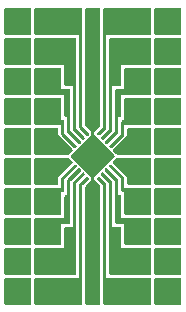
<source format=gbr>
%TF.GenerationSoftware,KiCad,Pcbnew,(7.0.0)*%
%TF.CreationDate,2023-05-24T22:36:58+02:00*%
%TF.ProjectId,WSON to SOIC,57534f4e-2074-46f2-9053-4f49432e6b69,rev?*%
%TF.SameCoordinates,Original*%
%TF.FileFunction,Copper,L1,Top*%
%TF.FilePolarity,Positive*%
%FSLAX46Y46*%
G04 Gerber Fmt 4.6, Leading zero omitted, Abs format (unit mm)*
G04 Created by KiCad (PCBNEW (7.0.0)) date 2023-05-24 22:36:58*
%MOMM*%
%LPD*%
G01*
G04 APERTURE LIST*
G04 APERTURE END LIST*
%TA.AperFunction,NonConductor*%
G36*
X124270000Y-80153881D02*
G01*
X124316119Y-80200000D01*
X124333000Y-80263000D01*
X124333000Y-81915000D01*
X124969000Y-81915000D01*
X125032000Y-81931881D01*
X125078119Y-81978000D01*
X125095000Y-82041000D01*
X125095000Y-85534500D01*
X125103775Y-85543275D01*
X125958405Y-86397905D01*
X125991017Y-86454389D01*
X125991017Y-86519611D01*
X125958405Y-86576095D01*
X125946095Y-86588405D01*
X125889611Y-86621017D01*
X125824389Y-86621017D01*
X125767905Y-86588405D01*
X124877905Y-85698405D01*
X124850591Y-85657528D01*
X124841000Y-85609310D01*
X124841000Y-84344590D01*
X124841000Y-84328000D01*
X124824410Y-84328000D01*
X124713000Y-84328000D01*
X124650000Y-84311119D01*
X124603881Y-84265000D01*
X124587000Y-84202000D01*
X124587000Y-82439590D01*
X124587000Y-82423000D01*
X124570410Y-82423000D01*
X122173000Y-82423000D01*
X122110000Y-82406119D01*
X122063881Y-82360000D01*
X122047000Y-82297000D01*
X122047000Y-80263000D01*
X122063881Y-80200000D01*
X122110000Y-80153881D01*
X122173000Y-80137000D01*
X124207000Y-80137000D01*
X124270000Y-80153881D01*
G37*
%TD.AperFunction*%
%TA.AperFunction,NonConductor*%
G36*
X128613095Y-88354095D02*
G01*
X129630095Y-89371095D01*
X129657409Y-89411972D01*
X129667000Y-89460190D01*
X129667000Y-90297000D01*
X131827000Y-90297000D01*
X131890000Y-90313881D01*
X131936119Y-90360000D01*
X131953000Y-90423000D01*
X131953000Y-92457000D01*
X131936119Y-92520000D01*
X131890000Y-92566119D01*
X131827000Y-92583000D01*
X129793000Y-92583000D01*
X129730000Y-92566119D01*
X129683881Y-92520000D01*
X129667000Y-92457000D01*
X129667000Y-90694590D01*
X129667000Y-90678000D01*
X129650410Y-90678000D01*
X129539000Y-90678000D01*
X129476000Y-90661119D01*
X129429881Y-90615000D01*
X129413000Y-90552000D01*
X129413000Y-89547410D01*
X129413000Y-89535000D01*
X128422594Y-88544594D01*
X128389983Y-88488111D01*
X128389983Y-88422889D01*
X128422595Y-88366405D01*
X128434905Y-88354095D01*
X128491389Y-88321483D01*
X128556611Y-88321483D01*
X128613095Y-88354095D01*
G37*
%TD.AperFunction*%
%TA.AperFunction,NonConductor*%
G36*
X131890000Y-82693881D02*
G01*
X131936119Y-82740000D01*
X131953000Y-82803000D01*
X131953000Y-84837000D01*
X131936119Y-84900000D01*
X131890000Y-84946119D01*
X131827000Y-84963000D01*
X129667000Y-84963000D01*
X129667000Y-84979590D01*
X129667000Y-85799810D01*
X129657409Y-85848028D01*
X129630095Y-85888905D01*
X128613095Y-86905905D01*
X128556611Y-86938517D01*
X128491389Y-86938517D01*
X128434905Y-86905905D01*
X128422595Y-86893595D01*
X128389983Y-86837111D01*
X128389983Y-86771889D01*
X128422595Y-86715405D01*
X128778000Y-86360000D01*
X129413000Y-85725000D01*
X129413000Y-84708000D01*
X129429881Y-84645000D01*
X129476000Y-84598881D01*
X129539000Y-84582000D01*
X129650410Y-84582000D01*
X129667000Y-84582000D01*
X129667000Y-82803000D01*
X129683881Y-82740000D01*
X129730000Y-82693881D01*
X129793000Y-82677000D01*
X131827000Y-82677000D01*
X131890000Y-82693881D01*
G37*
%TD.AperFunction*%
%TA.AperFunction,NonConductor*%
G36*
X134430000Y-92853881D02*
G01*
X134476119Y-92900000D01*
X134493000Y-92963000D01*
X134493000Y-94997000D01*
X134476119Y-95060000D01*
X134430000Y-95106119D01*
X134367000Y-95123000D01*
X132333000Y-95123000D01*
X132270000Y-95106119D01*
X132223881Y-95060000D01*
X132207000Y-94997000D01*
X132207000Y-92963000D01*
X132223881Y-92900000D01*
X132270000Y-92853881D01*
X132333000Y-92837000D01*
X134367000Y-92837000D01*
X134430000Y-92853881D01*
G37*
%TD.AperFunction*%
%TA.AperFunction,NonConductor*%
G36*
X121730000Y-82693881D02*
G01*
X121776119Y-82740000D01*
X121793000Y-82803000D01*
X121793000Y-84837000D01*
X121776119Y-84900000D01*
X121730000Y-84946119D01*
X121667000Y-84963000D01*
X119633000Y-84963000D01*
X119570000Y-84946119D01*
X119523881Y-84900000D01*
X119507000Y-84837000D01*
X119507000Y-82803000D01*
X119523881Y-82740000D01*
X119570000Y-82693881D01*
X119633000Y-82677000D01*
X121667000Y-82677000D01*
X121730000Y-82693881D01*
G37*
%TD.AperFunction*%
%TA.AperFunction,NonConductor*%
G36*
X121730000Y-92853881D02*
G01*
X121776119Y-92900000D01*
X121793000Y-92963000D01*
X121793000Y-94997000D01*
X121776119Y-95060000D01*
X121730000Y-95106119D01*
X121667000Y-95123000D01*
X119633000Y-95123000D01*
X119570000Y-95106119D01*
X119523881Y-95060000D01*
X119507000Y-94997000D01*
X119507000Y-92963000D01*
X119523881Y-92900000D01*
X119570000Y-92853881D01*
X119633000Y-92837000D01*
X121667000Y-92837000D01*
X121730000Y-92853881D01*
G37*
%TD.AperFunction*%
%TA.AperFunction,NonConductor*%
G36*
X121730000Y-77613881D02*
G01*
X121776119Y-77660000D01*
X121793000Y-77723000D01*
X121793000Y-79757000D01*
X121776119Y-79820000D01*
X121730000Y-79866119D01*
X121667000Y-79883000D01*
X119633000Y-79883000D01*
X119570000Y-79866119D01*
X119523881Y-79820000D01*
X119507000Y-79757000D01*
X119507000Y-77723000D01*
X119523881Y-77660000D01*
X119570000Y-77613881D01*
X119633000Y-77597000D01*
X121667000Y-77597000D01*
X121730000Y-77613881D01*
G37*
%TD.AperFunction*%
%TA.AperFunction,NonConductor*%
G36*
X124964028Y-87766591D02*
G01*
X125004905Y-87793905D01*
X125259905Y-88048905D01*
X125292517Y-88105389D01*
X125292517Y-88170611D01*
X125259905Y-88227095D01*
X124087775Y-89399224D01*
X124087772Y-89399227D01*
X124079000Y-89408000D01*
X124079000Y-89420410D01*
X124079000Y-89917000D01*
X124062119Y-89980000D01*
X124016000Y-90026119D01*
X123953000Y-90043000D01*
X122173000Y-90043000D01*
X122110000Y-90026119D01*
X122063881Y-89980000D01*
X122047000Y-89917000D01*
X122047000Y-87883000D01*
X122063881Y-87820000D01*
X122110000Y-87773881D01*
X122173000Y-87757000D01*
X124915810Y-87757000D01*
X124964028Y-87766591D01*
G37*
%TD.AperFunction*%
%TA.AperFunction,NonConductor*%
G36*
X125565095Y-88354095D02*
G01*
X125577405Y-88366405D01*
X125610017Y-88422889D01*
X125610017Y-88488111D01*
X125577405Y-88544595D01*
X124595775Y-89526224D01*
X124595772Y-89526227D01*
X124587000Y-89535000D01*
X124587000Y-89547410D01*
X124587000Y-90552000D01*
X124570119Y-90615000D01*
X124524000Y-90661119D01*
X124461000Y-90678000D01*
X124333000Y-90678000D01*
X124333000Y-90694590D01*
X124333000Y-92457000D01*
X124316119Y-92520000D01*
X124270000Y-92566119D01*
X124207000Y-92583000D01*
X122173000Y-92583000D01*
X122110000Y-92566119D01*
X122063881Y-92520000D01*
X122047000Y-92457000D01*
X122047000Y-90423000D01*
X122063881Y-90360000D01*
X122110000Y-90313881D01*
X122173000Y-90297000D01*
X124316410Y-90297000D01*
X124333000Y-90297000D01*
X124333000Y-89460190D01*
X124342591Y-89411972D01*
X124369905Y-89371095D01*
X125386905Y-88354095D01*
X125443389Y-88321483D01*
X125508611Y-88321483D01*
X125565095Y-88354095D01*
G37*
%TD.AperFunction*%
%TA.AperFunction,NonConductor*%
G36*
X131890000Y-85233881D02*
G01*
X131936119Y-85280000D01*
X131953000Y-85343000D01*
X131953000Y-87377000D01*
X131936119Y-87440000D01*
X131890000Y-87486119D01*
X131827000Y-87503000D01*
X129084190Y-87503000D01*
X129035972Y-87493409D01*
X128995095Y-87466095D01*
X128740095Y-87211095D01*
X128707483Y-87154611D01*
X128707483Y-87089389D01*
X128740095Y-87032905D01*
X128740095Y-87032904D01*
X129921000Y-85852000D01*
X129921000Y-85343000D01*
X129937881Y-85280000D01*
X129984000Y-85233881D01*
X130047000Y-85217000D01*
X131827000Y-85217000D01*
X131890000Y-85233881D01*
G37*
%TD.AperFunction*%
%TA.AperFunction,NonConductor*%
G36*
X131890000Y-80153881D02*
G01*
X131936119Y-80200000D01*
X131953000Y-80263000D01*
X131953000Y-82297000D01*
X131936119Y-82360000D01*
X131890000Y-82406119D01*
X131827000Y-82423000D01*
X129413000Y-82423000D01*
X129413000Y-82439590D01*
X129413000Y-84202000D01*
X129396119Y-84265000D01*
X129350000Y-84311119D01*
X129287000Y-84328000D01*
X129159000Y-84328000D01*
X129159000Y-84344590D01*
X129159000Y-85609310D01*
X129149409Y-85657528D01*
X129122095Y-85698405D01*
X128232095Y-86588405D01*
X128175611Y-86621017D01*
X128110389Y-86621017D01*
X128053905Y-86588405D01*
X128041595Y-86576095D01*
X128008983Y-86519611D01*
X128008983Y-86454389D01*
X128041595Y-86397905D01*
X128041595Y-86397904D01*
X128905000Y-85534500D01*
X128905000Y-82041000D01*
X128921881Y-81978000D01*
X128968000Y-81931881D01*
X129031000Y-81915000D01*
X129650410Y-81915000D01*
X129667000Y-81915000D01*
X129667000Y-80263000D01*
X129683881Y-80200000D01*
X129730000Y-80153881D01*
X129793000Y-80137000D01*
X131827000Y-80137000D01*
X131890000Y-80153881D01*
G37*
%TD.AperFunction*%
%TA.AperFunction,NonConductor*%
G36*
X134430000Y-85233881D02*
G01*
X134476119Y-85280000D01*
X134493000Y-85343000D01*
X134493000Y-87377000D01*
X134476119Y-87440000D01*
X134430000Y-87486119D01*
X134367000Y-87503000D01*
X132333000Y-87503000D01*
X132270000Y-87486119D01*
X132223881Y-87440000D01*
X132207000Y-87377000D01*
X132207000Y-85343000D01*
X132223881Y-85280000D01*
X132270000Y-85233881D01*
X132333000Y-85217000D01*
X134367000Y-85217000D01*
X134430000Y-85233881D01*
G37*
%TD.AperFunction*%
%TA.AperFunction,NonConductor*%
G36*
X125946095Y-88671595D02*
G01*
X125958405Y-88683905D01*
X125991017Y-88740389D01*
X125991017Y-88805611D01*
X125958405Y-88862095D01*
X125103775Y-89716724D01*
X125103772Y-89716727D01*
X125095000Y-89725500D01*
X125095000Y-89737910D01*
X125095000Y-93219000D01*
X125078119Y-93282000D01*
X125032000Y-93328119D01*
X124969000Y-93345000D01*
X124333000Y-93345000D01*
X124333000Y-93361590D01*
X124333000Y-94997000D01*
X124316119Y-95060000D01*
X124270000Y-95106119D01*
X124207000Y-95123000D01*
X122173000Y-95123000D01*
X122110000Y-95106119D01*
X122063881Y-95060000D01*
X122047000Y-94997000D01*
X122047000Y-92963000D01*
X122063881Y-92900000D01*
X122110000Y-92853881D01*
X122173000Y-92837000D01*
X124570410Y-92837000D01*
X124587000Y-92837000D01*
X124587000Y-91058000D01*
X124603881Y-90995000D01*
X124650000Y-90948881D01*
X124713000Y-90932000D01*
X124824410Y-90932000D01*
X124841000Y-90932000D01*
X124841000Y-89650690D01*
X124850591Y-89602472D01*
X124877905Y-89561595D01*
X125767905Y-88671595D01*
X125824389Y-88638983D01*
X125889611Y-88638983D01*
X125946095Y-88671595D01*
G37*
%TD.AperFunction*%
%TA.AperFunction,NonConductor*%
G36*
X126581095Y-89433595D02*
G01*
X126593405Y-89445905D01*
X126626017Y-89502389D01*
X126626017Y-89567611D01*
X126593405Y-89624095D01*
X126119775Y-90097724D01*
X126119772Y-90097727D01*
X126111000Y-90106500D01*
X126111000Y-90118910D01*
X126111000Y-100077000D01*
X126094119Y-100140000D01*
X126048000Y-100186119D01*
X125985000Y-100203000D01*
X122173000Y-100203000D01*
X122110000Y-100186119D01*
X122063881Y-100140000D01*
X122047000Y-100077000D01*
X122047000Y-98043000D01*
X122063881Y-97980000D01*
X122110000Y-97933881D01*
X122173000Y-97917000D01*
X125840410Y-97917000D01*
X125857000Y-97917000D01*
X125857000Y-90031690D01*
X125866591Y-89983472D01*
X125893905Y-89942595D01*
X126402905Y-89433595D01*
X126459389Y-89400983D01*
X126524611Y-89400983D01*
X126581095Y-89433595D01*
G37*
%TD.AperFunction*%
%TA.AperFunction,NonConductor*%
G36*
X126048000Y-75073881D02*
G01*
X126094119Y-75120000D01*
X126111000Y-75183000D01*
X126111000Y-85153500D01*
X126119774Y-85162274D01*
X126119775Y-85162275D01*
X126656905Y-85699405D01*
X126689517Y-85755889D01*
X126689517Y-85821111D01*
X126656905Y-85877595D01*
X126644595Y-85889905D01*
X126588111Y-85922517D01*
X126522889Y-85922517D01*
X126466405Y-85889905D01*
X125893905Y-85317405D01*
X125866591Y-85276528D01*
X125857000Y-85228310D01*
X125857000Y-77359590D01*
X125857000Y-77343000D01*
X125840410Y-77343000D01*
X122173000Y-77343000D01*
X122110000Y-77326119D01*
X122063881Y-77280000D01*
X122047000Y-77217000D01*
X122047000Y-75183000D01*
X122063881Y-75120000D01*
X122110000Y-75073881D01*
X122173000Y-75057000D01*
X125985000Y-75057000D01*
X126048000Y-75073881D01*
G37*
%TD.AperFunction*%
%TA.AperFunction,NonConductor*%
G36*
X134430000Y-95393881D02*
G01*
X134476119Y-95440000D01*
X134493000Y-95503000D01*
X134493000Y-97537000D01*
X134476119Y-97600000D01*
X134430000Y-97646119D01*
X134367000Y-97663000D01*
X132333000Y-97663000D01*
X132270000Y-97646119D01*
X132223881Y-97600000D01*
X132207000Y-97537000D01*
X132207000Y-95503000D01*
X132223881Y-95440000D01*
X132270000Y-95393881D01*
X132333000Y-95377000D01*
X134367000Y-95377000D01*
X134430000Y-95393881D01*
G37*
%TD.AperFunction*%
%TA.AperFunction,NonConductor*%
G36*
X128232095Y-88671595D02*
G01*
X129122095Y-89561595D01*
X129149409Y-89602472D01*
X129159000Y-89650690D01*
X129159000Y-90932000D01*
X129287000Y-90932000D01*
X129350000Y-90948881D01*
X129396119Y-90995000D01*
X129413000Y-91058000D01*
X129413000Y-92837000D01*
X131827000Y-92837000D01*
X131890000Y-92853881D01*
X131936119Y-92900000D01*
X131953000Y-92963000D01*
X131953000Y-94997000D01*
X131936119Y-95060000D01*
X131890000Y-95106119D01*
X131827000Y-95123000D01*
X129793000Y-95123000D01*
X129730000Y-95106119D01*
X129683881Y-95060000D01*
X129667000Y-94997000D01*
X129667000Y-93361590D01*
X129667000Y-93345000D01*
X129650410Y-93345000D01*
X129031000Y-93345000D01*
X128968000Y-93328119D01*
X128921881Y-93282000D01*
X128905000Y-93219000D01*
X128905000Y-89737910D01*
X128905000Y-89725500D01*
X128041595Y-88862095D01*
X128008983Y-88805611D01*
X128008983Y-88740389D01*
X128041595Y-88683905D01*
X128053905Y-88671595D01*
X128110389Y-88638983D01*
X128175611Y-88638983D01*
X128232095Y-88671595D01*
G37*
%TD.AperFunction*%
%TA.AperFunction,NonConductor*%
G36*
X125540000Y-77613881D02*
G01*
X125586119Y-77660000D01*
X125603000Y-77723000D01*
X125603000Y-85344000D01*
X125611775Y-85352775D01*
X126275905Y-86016905D01*
X126308517Y-86073389D01*
X126308517Y-86138611D01*
X126275905Y-86195095D01*
X126263595Y-86207405D01*
X126207111Y-86240017D01*
X126141889Y-86240017D01*
X126085405Y-86207405D01*
X125385905Y-85507905D01*
X125358591Y-85467028D01*
X125349000Y-85418810D01*
X125349000Y-81677590D01*
X125349000Y-81661000D01*
X125332410Y-81661000D01*
X124713000Y-81661000D01*
X124650000Y-81644119D01*
X124603881Y-81598000D01*
X124587000Y-81535000D01*
X124587000Y-79899590D01*
X124587000Y-79883000D01*
X124570410Y-79883000D01*
X122173000Y-79883000D01*
X122110000Y-79866119D01*
X122063881Y-79820000D01*
X122047000Y-79757000D01*
X122047000Y-77723000D01*
X122063881Y-77660000D01*
X122110000Y-77613881D01*
X122173000Y-77597000D01*
X125477000Y-77597000D01*
X125540000Y-77613881D01*
G37*
%TD.AperFunction*%
%TA.AperFunction,NonConductor*%
G36*
X131890000Y-87773881D02*
G01*
X131936119Y-87820000D01*
X131953000Y-87883000D01*
X131953000Y-89917000D01*
X131936119Y-89980000D01*
X131890000Y-90026119D01*
X131827000Y-90043000D01*
X130047000Y-90043000D01*
X129984000Y-90026119D01*
X129937881Y-89980000D01*
X129921000Y-89917000D01*
X129921000Y-89420410D01*
X129921000Y-89408000D01*
X129159000Y-88646000D01*
X128740095Y-88227095D01*
X128707483Y-88170611D01*
X128707483Y-88105389D01*
X128740095Y-88048905D01*
X128995095Y-87793905D01*
X129035972Y-87766591D01*
X129084190Y-87757000D01*
X131827000Y-87757000D01*
X131890000Y-87773881D01*
G37*
%TD.AperFunction*%
%TA.AperFunction,NonConductor*%
G36*
X134430000Y-97933881D02*
G01*
X134476119Y-97980000D01*
X134493000Y-98043000D01*
X134493000Y-100077000D01*
X134476119Y-100140000D01*
X134430000Y-100186119D01*
X134367000Y-100203000D01*
X132333000Y-100203000D01*
X132270000Y-100186119D01*
X132223881Y-100140000D01*
X132207000Y-100077000D01*
X132207000Y-98043000D01*
X132223881Y-97980000D01*
X132270000Y-97933881D01*
X132333000Y-97917000D01*
X134367000Y-97917000D01*
X134430000Y-97933881D01*
G37*
%TD.AperFunction*%
%TA.AperFunction,NonConductor*%
G36*
X134430000Y-77613881D02*
G01*
X134476119Y-77660000D01*
X134493000Y-77723000D01*
X134493000Y-79757000D01*
X134476119Y-79820000D01*
X134430000Y-79866119D01*
X134367000Y-79883000D01*
X132333000Y-79883000D01*
X132270000Y-79866119D01*
X132223881Y-79820000D01*
X132207000Y-79757000D01*
X132207000Y-77723000D01*
X132223881Y-77660000D01*
X132270000Y-77613881D01*
X132333000Y-77597000D01*
X134367000Y-77597000D01*
X134430000Y-77613881D01*
G37*
%TD.AperFunction*%
%TA.AperFunction,NonConductor*%
G36*
X127914595Y-89052595D02*
G01*
X128614095Y-89752095D01*
X128641409Y-89792972D01*
X128651000Y-89841190D01*
X128651000Y-93599000D01*
X129287000Y-93599000D01*
X129350000Y-93615881D01*
X129396119Y-93662000D01*
X129413000Y-93725000D01*
X129413000Y-95377000D01*
X131827000Y-95377000D01*
X131890000Y-95393881D01*
X131936119Y-95440000D01*
X131953000Y-95503000D01*
X131953000Y-97537000D01*
X131936119Y-97600000D01*
X131890000Y-97646119D01*
X131827000Y-97663000D01*
X128523000Y-97663000D01*
X128460000Y-97646119D01*
X128413881Y-97600000D01*
X128397000Y-97537000D01*
X128397000Y-89928410D01*
X128397000Y-89916000D01*
X127724095Y-89243095D01*
X127691483Y-89186611D01*
X127691483Y-89121389D01*
X127724095Y-89064905D01*
X127736405Y-89052595D01*
X127792889Y-89019983D01*
X127858111Y-89019983D01*
X127914595Y-89052595D01*
G37*
%TD.AperFunction*%
%TA.AperFunction,NonConductor*%
G36*
X121730000Y-95393881D02*
G01*
X121776119Y-95440000D01*
X121793000Y-95503000D01*
X121793000Y-97537000D01*
X121776119Y-97600000D01*
X121730000Y-97646119D01*
X121667000Y-97663000D01*
X119633000Y-97663000D01*
X119570000Y-97646119D01*
X119523881Y-97600000D01*
X119507000Y-97537000D01*
X119507000Y-95503000D01*
X119523881Y-95440000D01*
X119570000Y-95393881D01*
X119633000Y-95377000D01*
X121667000Y-95377000D01*
X121730000Y-95393881D01*
G37*
%TD.AperFunction*%
%TA.AperFunction,NonConductor*%
G36*
X131890000Y-75073881D02*
G01*
X131936119Y-75120000D01*
X131953000Y-75183000D01*
X131953000Y-77217000D01*
X131936119Y-77280000D01*
X131890000Y-77326119D01*
X131827000Y-77343000D01*
X128143000Y-77343000D01*
X128143000Y-77359590D01*
X128143000Y-85228310D01*
X128133409Y-85276528D01*
X128106095Y-85317405D01*
X127597095Y-85826405D01*
X127540611Y-85859017D01*
X127475389Y-85859017D01*
X127418905Y-85826405D01*
X127406595Y-85814095D01*
X127373983Y-85757611D01*
X127373983Y-85692389D01*
X127406595Y-85635905D01*
X127406594Y-85635905D01*
X127889000Y-85153500D01*
X127889000Y-75183000D01*
X127905881Y-75120000D01*
X127952000Y-75073881D01*
X128015000Y-75057000D01*
X131827000Y-75057000D01*
X131890000Y-75073881D01*
G37*
%TD.AperFunction*%
%TA.AperFunction,NonConductor*%
G36*
X127573000Y-75073613D02*
G01*
X127618387Y-75119000D01*
X127635000Y-75181000D01*
X127635000Y-85038638D01*
X127625561Y-85086091D01*
X127598681Y-85126319D01*
X127135638Y-85589361D01*
X127135635Y-85589364D01*
X127127000Y-85598000D01*
X127127000Y-85852000D01*
X127135638Y-85860638D01*
X128817319Y-87542319D01*
X128849413Y-87597906D01*
X128849413Y-87662094D01*
X128817319Y-87717681D01*
X127135638Y-89399361D01*
X127135635Y-89399364D01*
X127127000Y-89408000D01*
X127127000Y-89662000D01*
X127135637Y-89670637D01*
X127135638Y-89670638D01*
X127598681Y-90133681D01*
X127625561Y-90173909D01*
X127635000Y-90221362D01*
X127635000Y-100079000D01*
X127618387Y-100141000D01*
X127573000Y-100186387D01*
X127511000Y-100203000D01*
X126489000Y-100203000D01*
X126427000Y-100186387D01*
X126381613Y-100141000D01*
X126365000Y-100079000D01*
X126365000Y-90221362D01*
X126374439Y-90173909D01*
X126401319Y-90133681D01*
X126401319Y-90133680D01*
X126873000Y-89662000D01*
X126873000Y-89408000D01*
X125182681Y-87717681D01*
X125150587Y-87662094D01*
X125150587Y-87597906D01*
X125182681Y-87542319D01*
X125182681Y-87542318D01*
X126873000Y-85852000D01*
X126873000Y-85598000D01*
X126401319Y-85126319D01*
X126374439Y-85086091D01*
X126365000Y-85038638D01*
X126365000Y-75181000D01*
X126381613Y-75119000D01*
X126427000Y-75073613D01*
X126489000Y-75057000D01*
X127511000Y-75057000D01*
X127573000Y-75073613D01*
G37*
%TD.AperFunction*%
%TA.AperFunction,NonConductor*%
G36*
X124016000Y-85233881D02*
G01*
X124062119Y-85280000D01*
X124079000Y-85343000D01*
X124079000Y-85852000D01*
X124087774Y-85860774D01*
X124087775Y-85860775D01*
X125259905Y-87032905D01*
X125292517Y-87089389D01*
X125292517Y-87154611D01*
X125259905Y-87211095D01*
X125004905Y-87466095D01*
X124964028Y-87493409D01*
X124915810Y-87503000D01*
X122173000Y-87503000D01*
X122110000Y-87486119D01*
X122063881Y-87440000D01*
X122047000Y-87377000D01*
X122047000Y-85343000D01*
X122063881Y-85280000D01*
X122110000Y-85233881D01*
X122173000Y-85217000D01*
X123953000Y-85217000D01*
X124016000Y-85233881D01*
G37*
%TD.AperFunction*%
%TA.AperFunction,NonConductor*%
G36*
X121730000Y-90313881D02*
G01*
X121776119Y-90360000D01*
X121793000Y-90423000D01*
X121793000Y-92457000D01*
X121776119Y-92520000D01*
X121730000Y-92566119D01*
X121667000Y-92583000D01*
X119633000Y-92583000D01*
X119570000Y-92566119D01*
X119523881Y-92520000D01*
X119507000Y-92457000D01*
X119507000Y-90423000D01*
X119523881Y-90360000D01*
X119570000Y-90313881D01*
X119633000Y-90297000D01*
X121667000Y-90297000D01*
X121730000Y-90313881D01*
G37*
%TD.AperFunction*%
%TA.AperFunction,NonConductor*%
G36*
X134430000Y-80153881D02*
G01*
X134476119Y-80200000D01*
X134493000Y-80263000D01*
X134493000Y-82297000D01*
X134476119Y-82360000D01*
X134430000Y-82406119D01*
X134367000Y-82423000D01*
X132333000Y-82423000D01*
X132270000Y-82406119D01*
X132223881Y-82360000D01*
X132207000Y-82297000D01*
X132207000Y-80263000D01*
X132223881Y-80200000D01*
X132270000Y-80153881D01*
X132333000Y-80137000D01*
X134367000Y-80137000D01*
X134430000Y-80153881D01*
G37*
%TD.AperFunction*%
%TA.AperFunction,NonConductor*%
G36*
X127597095Y-89433595D02*
G01*
X128106095Y-89942595D01*
X128133409Y-89983472D01*
X128143000Y-90031690D01*
X128143000Y-97917000D01*
X131827000Y-97917000D01*
X131890000Y-97933881D01*
X131936119Y-97980000D01*
X131953000Y-98043000D01*
X131953000Y-100077000D01*
X131936119Y-100140000D01*
X131890000Y-100186119D01*
X131827000Y-100203000D01*
X128015000Y-100203000D01*
X127952000Y-100186119D01*
X127905881Y-100140000D01*
X127889000Y-100077000D01*
X127889000Y-90118910D01*
X127889000Y-90106500D01*
X127406595Y-89624095D01*
X127373983Y-89567611D01*
X127373983Y-89502389D01*
X127406595Y-89445905D01*
X127418905Y-89433595D01*
X127475389Y-89400983D01*
X127540611Y-89400983D01*
X127597095Y-89433595D01*
G37*
%TD.AperFunction*%
%TA.AperFunction,NonConductor*%
G36*
X121730000Y-85233881D02*
G01*
X121776119Y-85280000D01*
X121793000Y-85343000D01*
X121793000Y-87377000D01*
X121776119Y-87440000D01*
X121730000Y-87486119D01*
X121667000Y-87503000D01*
X119633000Y-87503000D01*
X119570000Y-87486119D01*
X119523881Y-87440000D01*
X119507000Y-87377000D01*
X119507000Y-85343000D01*
X119523881Y-85280000D01*
X119570000Y-85233881D01*
X119633000Y-85217000D01*
X121667000Y-85217000D01*
X121730000Y-85233881D01*
G37*
%TD.AperFunction*%
%TA.AperFunction,NonConductor*%
G36*
X121730000Y-87773881D02*
G01*
X121776119Y-87820000D01*
X121793000Y-87883000D01*
X121793000Y-89917000D01*
X121776119Y-89980000D01*
X121730000Y-90026119D01*
X121667000Y-90043000D01*
X119633000Y-90043000D01*
X119570000Y-90026119D01*
X119523881Y-89980000D01*
X119507000Y-89917000D01*
X119507000Y-87883000D01*
X119523881Y-87820000D01*
X119570000Y-87773881D01*
X119633000Y-87757000D01*
X121667000Y-87757000D01*
X121730000Y-87773881D01*
G37*
%TD.AperFunction*%
%TA.AperFunction,NonConductor*%
G36*
X134430000Y-75073881D02*
G01*
X134476119Y-75120000D01*
X134493000Y-75183000D01*
X134493000Y-77217000D01*
X134476119Y-77280000D01*
X134430000Y-77326119D01*
X134367000Y-77343000D01*
X132333000Y-77343000D01*
X132270000Y-77326119D01*
X132223881Y-77280000D01*
X132207000Y-77217000D01*
X132207000Y-75183000D01*
X132223881Y-75120000D01*
X132270000Y-75073881D01*
X132333000Y-75057000D01*
X134367000Y-75057000D01*
X134430000Y-75073881D01*
G37*
%TD.AperFunction*%
%TA.AperFunction,NonConductor*%
G36*
X121730000Y-75073881D02*
G01*
X121776119Y-75120000D01*
X121793000Y-75183000D01*
X121793000Y-77217000D01*
X121776119Y-77280000D01*
X121730000Y-77326119D01*
X121667000Y-77343000D01*
X119633000Y-77343000D01*
X119570000Y-77326119D01*
X119523881Y-77280000D01*
X119507000Y-77217000D01*
X119507000Y-75183000D01*
X119523881Y-75120000D01*
X119570000Y-75073881D01*
X119633000Y-75057000D01*
X121667000Y-75057000D01*
X121730000Y-75073881D01*
G37*
%TD.AperFunction*%
%TA.AperFunction,NonConductor*%
G36*
X121730000Y-97933881D02*
G01*
X121776119Y-97980000D01*
X121793000Y-98043000D01*
X121793000Y-100077000D01*
X121776119Y-100140000D01*
X121730000Y-100186119D01*
X121667000Y-100203000D01*
X119633000Y-100203000D01*
X119570000Y-100186119D01*
X119523881Y-100140000D01*
X119507000Y-100077000D01*
X119507000Y-98043000D01*
X119523881Y-97980000D01*
X119570000Y-97933881D01*
X119633000Y-97917000D01*
X121667000Y-97917000D01*
X121730000Y-97933881D01*
G37*
%TD.AperFunction*%
%TA.AperFunction,NonConductor*%
G36*
X134430000Y-87773881D02*
G01*
X134476119Y-87820000D01*
X134493000Y-87883000D01*
X134493000Y-89917000D01*
X134476119Y-89980000D01*
X134430000Y-90026119D01*
X134367000Y-90043000D01*
X132333000Y-90043000D01*
X132270000Y-90026119D01*
X132223881Y-89980000D01*
X132207000Y-89917000D01*
X132207000Y-87883000D01*
X132223881Y-87820000D01*
X132270000Y-87773881D01*
X132333000Y-87757000D01*
X134367000Y-87757000D01*
X134430000Y-87773881D01*
G37*
%TD.AperFunction*%
%TA.AperFunction,NonConductor*%
G36*
X126263595Y-89052595D02*
G01*
X126275905Y-89064905D01*
X126308517Y-89121389D01*
X126308517Y-89186611D01*
X126275905Y-89243095D01*
X125611775Y-89907224D01*
X125611772Y-89907227D01*
X125603000Y-89916000D01*
X125603000Y-89928410D01*
X125603000Y-97537000D01*
X125586119Y-97600000D01*
X125540000Y-97646119D01*
X125477000Y-97663000D01*
X122173000Y-97663000D01*
X122110000Y-97646119D01*
X122063881Y-97600000D01*
X122047000Y-97537000D01*
X122047000Y-95503000D01*
X122063881Y-95440000D01*
X122110000Y-95393881D01*
X122173000Y-95377000D01*
X124570410Y-95377000D01*
X124587000Y-95377000D01*
X124587000Y-93725000D01*
X124603881Y-93662000D01*
X124650000Y-93615881D01*
X124713000Y-93599000D01*
X125332410Y-93599000D01*
X125349000Y-93599000D01*
X125349000Y-89841190D01*
X125358591Y-89792972D01*
X125385905Y-89752095D01*
X126085405Y-89052595D01*
X126141889Y-89019983D01*
X126207111Y-89019983D01*
X126263595Y-89052595D01*
G37*
%TD.AperFunction*%
%TA.AperFunction,NonConductor*%
G36*
X134430000Y-82693881D02*
G01*
X134476119Y-82740000D01*
X134493000Y-82803000D01*
X134493000Y-84837000D01*
X134476119Y-84900000D01*
X134430000Y-84946119D01*
X134367000Y-84963000D01*
X132333000Y-84963000D01*
X132270000Y-84946119D01*
X132223881Y-84900000D01*
X132207000Y-84837000D01*
X132207000Y-82803000D01*
X132223881Y-82740000D01*
X132270000Y-82693881D01*
X132333000Y-82677000D01*
X134367000Y-82677000D01*
X134430000Y-82693881D01*
G37*
%TD.AperFunction*%
%TA.AperFunction,NonConductor*%
G36*
X134430000Y-90313881D02*
G01*
X134476119Y-90360000D01*
X134493000Y-90423000D01*
X134493000Y-92457000D01*
X134476119Y-92520000D01*
X134430000Y-92566119D01*
X134367000Y-92583000D01*
X132333000Y-92583000D01*
X132270000Y-92566119D01*
X132223881Y-92520000D01*
X132207000Y-92457000D01*
X132207000Y-90423000D01*
X132223881Y-90360000D01*
X132270000Y-90313881D01*
X132333000Y-90297000D01*
X134367000Y-90297000D01*
X134430000Y-90313881D01*
G37*
%TD.AperFunction*%
%TA.AperFunction,NonConductor*%
G36*
X121730000Y-80153881D02*
G01*
X121776119Y-80200000D01*
X121793000Y-80263000D01*
X121793000Y-82297000D01*
X121776119Y-82360000D01*
X121730000Y-82406119D01*
X121667000Y-82423000D01*
X119633000Y-82423000D01*
X119570000Y-82406119D01*
X119523881Y-82360000D01*
X119507000Y-82297000D01*
X119507000Y-80263000D01*
X119523881Y-80200000D01*
X119570000Y-80153881D01*
X119633000Y-80137000D01*
X121667000Y-80137000D01*
X121730000Y-80153881D01*
G37*
%TD.AperFunction*%
%TA.AperFunction,NonConductor*%
G36*
X124270000Y-82693881D02*
G01*
X124316119Y-82740000D01*
X124333000Y-82803000D01*
X124333000Y-84582000D01*
X124461000Y-84582000D01*
X124524000Y-84598881D01*
X124570119Y-84645000D01*
X124587000Y-84708000D01*
X124587000Y-85725000D01*
X124595775Y-85733775D01*
X125577405Y-86715405D01*
X125610017Y-86771889D01*
X125610017Y-86837111D01*
X125577405Y-86893595D01*
X125565095Y-86905905D01*
X125508611Y-86938517D01*
X125443389Y-86938517D01*
X125386905Y-86905905D01*
X124369905Y-85888905D01*
X124342591Y-85848028D01*
X124333000Y-85799810D01*
X124333000Y-84979590D01*
X124333000Y-84963000D01*
X124316410Y-84963000D01*
X122173000Y-84963000D01*
X122110000Y-84946119D01*
X122063881Y-84900000D01*
X122047000Y-84837000D01*
X122047000Y-82803000D01*
X122063881Y-82740000D01*
X122110000Y-82693881D01*
X122173000Y-82677000D01*
X124207000Y-82677000D01*
X124270000Y-82693881D01*
G37*
%TD.AperFunction*%
%TA.AperFunction,NonConductor*%
G36*
X131890000Y-77613881D02*
G01*
X131936119Y-77660000D01*
X131953000Y-77723000D01*
X131953000Y-79757000D01*
X131936119Y-79820000D01*
X131890000Y-79866119D01*
X131827000Y-79883000D01*
X129413000Y-79883000D01*
X129413000Y-79899590D01*
X129413000Y-81535000D01*
X129396119Y-81598000D01*
X129350000Y-81644119D01*
X129287000Y-81661000D01*
X128651000Y-81661000D01*
X128651000Y-81677590D01*
X128651000Y-85418810D01*
X128641409Y-85467028D01*
X128614095Y-85507905D01*
X127914595Y-86207405D01*
X127858111Y-86240017D01*
X127792889Y-86240017D01*
X127736405Y-86207405D01*
X127724095Y-86195095D01*
X127691483Y-86138611D01*
X127691483Y-86073389D01*
X127724095Y-86016905D01*
X127724094Y-86016905D01*
X128397000Y-85344000D01*
X128397000Y-77723000D01*
X128413881Y-77660000D01*
X128460000Y-77613881D01*
X128523000Y-77597000D01*
X131827000Y-77597000D01*
X131890000Y-77613881D01*
G37*
%TD.AperFunction*%
M02*

</source>
